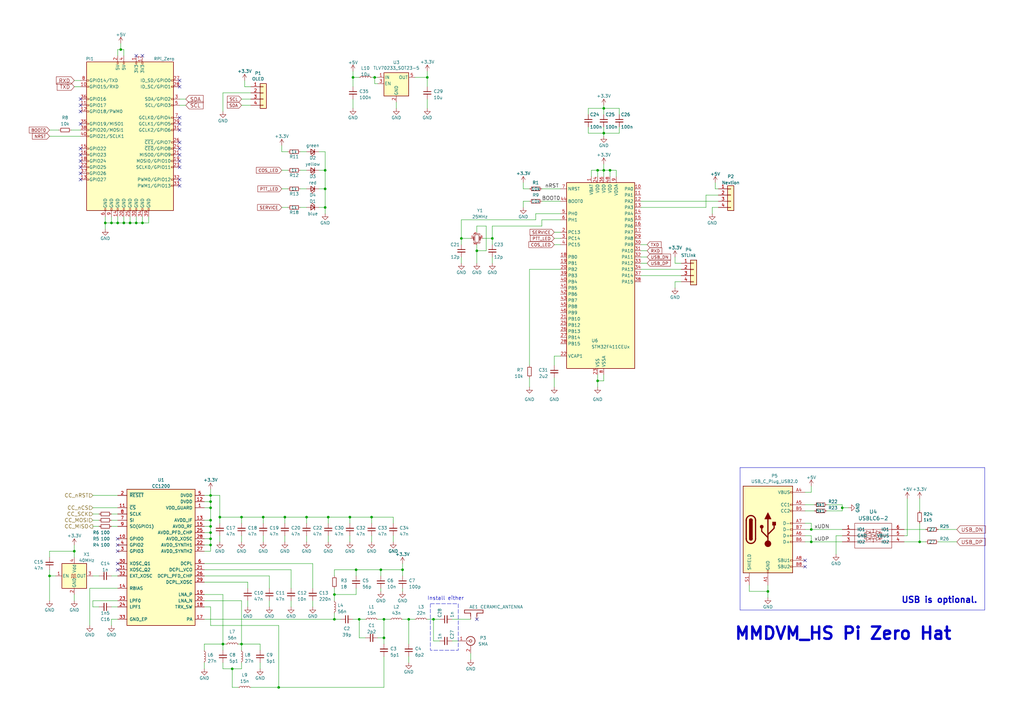
<source format=kicad_sch>
(kicad_sch (version 20230121) (generator eeschema)
  (paper "A3")
  (title_block (title "MMDVM_HS_Hat") (date "2023-11-22") (rev "2.1") (company "DB9MAT+DF2ET"))
  (junction (at 165.1 233.68))
  (junction (at 247.65 44.45))
  (junction (at 30.48 226.06))
  (junction (at 332.74 222.25))
  (junction (at 345.44 208.28))
  (junction (at 153.67 31.75))
  (junction (at 167.64 254))
  (junction (at 146.05 233.68))
  (junction (at 90.17 212.09))
  (junction (at 49.53 20.32))
  (junction (at 134.62 212.09))
  (junction (at 156.21 233.68))
  (junction (at 247.65 69.85))
  (junction (at 99.06 264.16))
  (junction (at 189.23 97.79))
  (junction (at 86.36 205.74))
  (junction (at 195.58 102.87))
  (junction (at 86.36 203.2))
  (junction (at 107.95 212.09))
  (junction (at 43.18 91.44))
  (junction (at 86.36 223.52))
  (junction (at 157.48 261.62))
  (junction (at 20.32 236.22))
  (junction (at 86.36 215.9))
  (junction (at 201.93 97.79))
  (junction (at 125.73 212.09))
  (junction (at 245.11 69.85))
  (junction (at 86.36 220.98))
  (junction (at 137.16 254))
  (junction (at 55.88 91.44))
  (junction (at 314.96 242.57))
  (junction (at 133.35 85.09))
  (junction (at 133.35 77.47))
  (junction (at 114.3 281.94))
  (junction (at 48.26 91.44))
  (junction (at 175.26 31.75))
  (junction (at 177.8 254))
  (junction (at 332.74 217.17))
  (junction (at 245.11 156.21))
  (junction (at 143.51 212.09))
  (junction (at 137.16 243.84))
  (junction (at 157.48 254))
  (junction (at 50.8 91.44))
  (junction (at 86.36 218.44))
  (junction (at 147.32 254))
  (junction (at 99.06 212.09))
  (junction (at 152.4 212.09))
  (junction (at 250.19 69.85))
  (junction (at 86.36 213.36))
  (junction (at 95.25 274.32))
  (junction (at 247.65 54.61))
  (junction (at 91.44 264.16))
  (junction (at 377.19 222.25))
  (junction (at 58.42 91.44))
  (junction (at 45.72 91.44))
  (junction (at 133.35 69.85))
  (junction (at 116.84 212.09))
  (junction (at 86.36 208.28))
  (junction (at 144.78 31.75))
  (junction (at 53.34 91.44))
  (no_connect (at 55.88 22.86))
  (no_connect (at 48.26 233.68))
  (no_connect (at 73.66 50.8))
  (no_connect (at 48.26 220.98))
  (no_connect (at 73.66 35.56))
  (no_connect (at 48.26 223.52))
  (no_connect (at 73.66 53.34))
  (no_connect (at 48.26 226.06))
  (no_connect (at 73.66 76.2))
  (no_connect (at 33.02 50.8))
  (no_connect (at 33.02 73.66))
  (no_connect (at 73.66 66.04))
  (no_connect (at 73.66 48.26))
  (no_connect (at 33.02 68.58))
  (no_connect (at 33.02 43.18))
  (no_connect (at 58.42 22.86))
  (no_connect (at 33.02 71.12))
  (no_connect (at 48.26 231.14))
  (no_connect (at 73.66 73.66))
  (no_connect (at 73.66 63.5))
  (no_connect (at 330.2 229.87))
  (no_connect (at 33.02 45.72))
  (no_connect (at 73.66 68.58))
  (no_connect (at 195.58 254))
  (no_connect (at 330.2 232.41))
  (no_connect (at 73.66 60.96))
  (no_connect (at 73.66 33.02))
  (no_connect (at 33.02 60.96))
  (no_connect (at 73.66 58.42))
  (no_connect (at 33.02 40.64))
  (no_connect (at 33.02 66.04))
  (no_connect (at 33.02 63.5))
  (wire (pts (xy 116.84 214.63) (xy 116.84 212.09)))
  (polyline (pts (xy 403.86 250.19) (xy 303.53 250.19)))
  (wire (pts (xy 30.48 243.84) (xy 30.48 246.38)))
  (wire (pts (xy 227.33 146.05) (xy 227.33 149.86)))
  (wire (pts (xy 144.78 31.75) (xy 147.32 31.75)))
  (wire (pts (xy 119.38 233.68) (xy 119.38 241.3)))
  (wire (pts (xy 30.48 228.6) (xy 30.48 226.06)))
  (wire (pts (xy 175.26 29.21) (xy 175.26 31.75)))
  (wire (pts (xy 55.88 91.44) (xy 58.42 91.44)))
  (wire (pts (xy 157.48 254) (xy 160.02 254)))
  (polyline (pts (xy 303.53 191.77) (xy 403.86 191.77)))
  (wire (pts (xy 332.74 217.17) (xy 330.2 217.17)))
  (wire (pts (xy 262.89 85.09) (xy 289.56 85.09)))
  (wire (pts (xy 45.72 215.9) (xy 48.26 215.9)))
  (wire (pts (xy 86.36 208.28) (xy 86.36 205.74)))
  (wire (pts (xy 262.89 82.55) (xy 294.64 82.55)))
  (wire (pts (xy 217.17 82.55) (xy 214.63 82.55)))
  (wire (pts (xy 314.96 242.57) (xy 314.96 245.11)))
  (wire (pts (xy 247.65 43.18) (xy 247.65 44.45)))
  (wire (pts (xy 55.88 88.9) (xy 55.88 91.44)))
  (wire (pts (xy 217.17 77.47) (xy 214.63 77.47)))
  (wire (pts (xy 137.16 251.46) (xy 137.16 254)))
  (wire (pts (xy 242.57 69.85) (xy 245.11 69.85)))
  (wire (pts (xy 49.53 17.78) (xy 49.53 20.32)))
  (wire (pts (xy 199.39 92.71) (xy 199.39 102.87)))
  (wire (pts (xy 245.11 153.67) (xy 245.11 156.21)))
  (wire (pts (xy 45.72 248.92) (xy 48.26 248.92)))
  (wire (pts (xy 99.06 246.38) (xy 99.06 264.16)))
  (wire (pts (xy 97.79 264.16) (xy 99.06 264.16)))
  (wire (pts (xy 58.42 88.9) (xy 58.42 91.44)))
  (wire (pts (xy 86.36 200.66) (xy 86.36 203.2)))
  (wire (pts (xy 91.44 264.16) (xy 91.44 266.7)))
  (wire (pts (xy 276.86 115.57) (xy 276.86 118.11)))
  (wire (pts (xy 20.32 55.88) (xy 33.02 55.88)))
  (wire (pts (xy 86.36 218.44) (xy 86.36 215.9)))
  (wire (pts (xy 83.82 223.52) (xy 86.36 223.52)))
  (wire (pts (xy 177.8 254) (xy 180.34 254)))
  (wire (pts (xy 134.62 214.63) (xy 134.62 212.09)))
  (wire (pts (xy 195.58 95.25) (xy 195.58 92.71)))
  (wire (pts (xy 86.36 205.74) (xy 86.36 203.2)))
  (wire (pts (xy 107.95 214.63) (xy 107.95 212.09)))
  (wire (pts (xy 38.1 210.82) (xy 40.64 210.82)))
  (wire (pts (xy 30.48 33.02) (xy 33.02 33.02)))
  (wire (pts (xy 332.74 222.25) (xy 345.44 222.25)))
  (wire (pts (xy 95.25 274.32) (xy 99.06 274.32)))
  (wire (pts (xy 157.48 261.62) (xy 157.48 254)))
  (wire (pts (xy 330.2 214.63) (xy 332.74 214.63)))
  (wire (pts (xy 86.36 226.06) (xy 86.36 223.52)))
  (wire (pts (xy 157.48 261.62) (xy 157.48 264.16)))
  (wire (pts (xy 229.87 87.63) (xy 219.71 87.63)))
  (wire (pts (xy 139.7 254) (xy 137.16 254)))
  (wire (pts (xy 134.62 212.09) (xy 125.73 212.09)))
  (wire (pts (xy 195.58 102.87) (xy 195.58 100.33)))
  (wire (pts (xy 86.36 215.9) (xy 86.36 213.36)))
  (wire (pts (xy 372.11 204.47) (xy 372.11 219.71)))
  (polyline (pts (xy 403.86 191.77) (xy 403.86 250.19)))
  (wire (pts (xy 83.82 215.9) (xy 86.36 215.9)))
  (wire (pts (xy 157.48 254) (xy 154.94 254)))
  (wire (pts (xy 187.96 262.89) (xy 185.42 262.89)))
  (wire (pts (xy 30.48 223.52) (xy 30.48 226.06)))
  (wire (pts (xy 29.21 53.34) (xy 33.02 53.34)))
  (wire (pts (xy 144.78 254) (xy 147.32 254)))
  (wire (pts (xy 43.18 88.9) (xy 43.18 91.44)))
  (wire (pts (xy 38.1 215.9) (xy 40.64 215.9)))
  (wire (pts (xy 83.82 226.06) (xy 86.36 226.06)))
  (wire (pts (xy 38.1 236.22) (xy 40.64 236.22)))
  (wire (pts (xy 60.96 91.44) (xy 60.96 88.9)))
  (wire (pts (xy 144.78 31.75) (xy 144.78 35.56)))
  (wire (pts (xy 95.25 274.32) (xy 95.25 281.94)))
  (wire (pts (xy 156.21 233.68) (xy 165.1 233.68)))
  (wire (pts (xy 161.29 214.63) (xy 161.29 212.09)))
  (wire (pts (xy 137.16 236.22) (xy 137.16 233.68)))
  (wire (pts (xy 38.1 208.28) (xy 48.26 208.28)))
  (wire (pts (xy 102.87 35.56) (xy 100.33 35.56)))
  (wire (pts (xy 339.09 209.55) (xy 345.44 209.55)))
  (wire (pts (xy 241.3 52.07) (xy 241.3 54.61)))
  (wire (pts (xy 219.71 87.63) (xy 219.71 90.17)))
  (wire (pts (xy 133.35 85.09) (xy 130.81 85.09)))
  (wire (pts (xy 201.93 105.41) (xy 201.93 107.95)))
  (wire (pts (xy 332.74 214.63) (xy 332.74 217.17)))
  (wire (pts (xy 83.82 231.14) (xy 128.27 231.14)))
  (wire (pts (xy 345.44 208.28) (xy 345.44 209.55)))
  (wire (pts (xy 30.48 226.06) (xy 20.32 226.06)))
  (wire (pts (xy 332.74 222.25) (xy 330.2 222.25)))
  (wire (pts (xy 377.19 222.25) (xy 379.73 222.25)))
  (wire (pts (xy 241.3 44.45) (xy 247.65 44.45)))
  (wire (pts (xy 90.17 219.71) (xy 90.17 222.25)))
  (wire (pts (xy 372.11 219.71) (xy 370.84 219.71)))
  (wire (pts (xy 86.36 213.36) (xy 86.36 208.28)))
  (wire (pts (xy 242.57 72.39) (xy 242.57 69.85)))
  (wire (pts (xy 45.72 91.44) (xy 48.26 91.44)))
  (wire (pts (xy 154.94 34.29) (xy 153.67 34.29)))
  (wire (pts (xy 156.21 233.68) (xy 146.05 233.68)))
  (wire (pts (xy 147.32 254) (xy 147.32 261.62)))
  (wire (pts (xy 247.65 69.85) (xy 250.19 69.85)))
  (wire (pts (xy 91.44 271.78) (xy 91.44 274.32)))
  (wire (pts (xy 128.27 231.14) (xy 128.27 241.3)))
  (wire (pts (xy 83.82 205.74) (xy 86.36 205.74)))
  (wire (pts (xy 137.16 243.84) (xy 146.05 243.84)))
  (wire (pts (xy 262.89 105.41) (xy 265.43 105.41)))
  (wire (pts (xy 227.33 95.25) (xy 229.87 95.25)))
  (wire (pts (xy 377.19 222.25) (xy 377.19 214.63)))
  (wire (pts (xy 153.67 34.29) (xy 153.67 31.75)))
  (wire (pts (xy 262.89 107.95) (xy 265.43 107.95)))
  (wire (pts (xy 86.36 256.54) (xy 114.3 256.54)))
  (wire (pts (xy 345.44 208.28) (xy 347.98 208.28)))
  (wire (pts (xy 133.35 62.23) (xy 130.81 62.23)))
  (wire (pts (xy 38.1 246.38) (xy 48.26 246.38)))
  (wire (pts (xy 247.65 67.31) (xy 247.65 69.85)))
  (wire (pts (xy 45.72 88.9) (xy 45.72 91.44)))
  (wire (pts (xy 189.23 105.41) (xy 189.23 107.95)))
  (wire (pts (xy 101.6 238.76) (xy 101.6 241.3)))
  (wire (pts (xy 147.32 254) (xy 149.86 254)))
  (wire (pts (xy 156.21 236.22) (xy 156.21 233.68)))
  (wire (pts (xy 107.95 219.71) (xy 107.95 222.25)))
  (wire (pts (xy 90.17 214.63) (xy 90.17 212.09)))
  (wire (pts (xy 254 52.07) (xy 254 54.61)))
  (wire (pts (xy 83.82 271.78) (xy 83.82 274.32)))
  (wire (pts (xy 83.82 208.28) (xy 86.36 208.28)))
  (wire (pts (xy 83.82 220.98) (xy 86.36 220.98)))
  (wire (pts (xy 133.35 69.85) (xy 133.35 77.47)))
  (wire (pts (xy 198.12 97.79) (xy 201.93 97.79)))
  (wire (pts (xy 48.26 241.3) (xy 36.83 241.3)))
  (wire (pts (xy 36.83 241.3) (xy 36.83 256.54)))
  (wire (pts (xy 50.8 88.9) (xy 50.8 91.44)))
  (wire (pts (xy 227.33 100.33) (xy 229.87 100.33)))
  (wire (pts (xy 175.26 254) (xy 177.8 254)))
  (wire (pts (xy 20.32 53.34) (xy 24.13 53.34)))
  (wire (pts (xy 123.19 62.23) (xy 125.73 62.23)))
  (wire (pts (xy 229.87 90.17) (xy 222.25 90.17)))
  (wire (pts (xy 116.84 212.09) (xy 107.95 212.09)))
  (wire (pts (xy 83.82 246.38) (xy 99.06 246.38)))
  (wire (pts (xy 377.19 204.47) (xy 377.19 209.55)))
  (wire (pts (xy 22.86 236.22) (xy 20.32 236.22)))
  (wire (pts (xy 83.82 254) (xy 137.16 254)))
  (wire (pts (xy 245.11 156.21) (xy 247.65 156.21)))
  (wire (pts (xy 90.17 212.09) (xy 99.06 212.09)))
  (wire (pts (xy 48.26 254) (xy 45.72 254)))
  (wire (pts (xy 83.82 248.92) (xy 86.36 248.92)))
  (wire (pts (xy 58.42 91.44) (xy 60.96 91.44)))
  (wire (pts (xy 307.34 242.57) (xy 314.96 242.57)))
  (wire (pts (xy 99.06 266.7) (xy 99.06 264.16)))
  (wire (pts (xy 293.37 77.47) (xy 294.64 77.47)))
  (wire (pts (xy 86.36 203.2) (xy 90.17 203.2)))
  (wire (pts (xy 370.84 217.17) (xy 379.73 217.17)))
  (wire (pts (xy 289.56 80.01) (xy 289.56 85.09)))
  (wire (pts (xy 143.51 212.09) (xy 152.4 212.09)))
  (wire (pts (xy 91.44 274.32) (xy 95.25 274.32)))
  (wire (pts (xy 119.38 246.38) (xy 119.38 248.92)))
  (wire (pts (xy 125.73 212.09) (xy 116.84 212.09)))
  (wire (pts (xy 102.87 40.64) (xy 99.06 40.64)))
  (wire (pts (xy 162.56 41.91) (xy 162.56 44.45)))
  (wire (pts (xy 345.44 219.71) (xy 342.9 219.71)))
  (wire (pts (xy 115.57 77.47) (xy 118.11 77.47)))
  (wire (pts (xy 83.82 264.16) (xy 91.44 264.16)))
  (wire (pts (xy 128.27 246.38) (xy 128.27 248.92)))
  (wire (pts (xy 229.87 110.49) (xy 217.17 110.49)))
  (wire (pts (xy 91.44 38.1) (xy 91.44 45.72)))
  (wire (pts (xy 177.8 262.89) (xy 180.34 262.89)))
  (wire (pts (xy 279.4 107.95) (xy 276.86 107.95)))
  (wire (pts (xy 143.51 214.63) (xy 143.51 212.09)))
  (wire (pts (xy 40.64 248.92) (xy 38.1 248.92)))
  (wire (pts (xy 384.81 217.17) (xy 392.43 217.17)))
  (wire (pts (xy 133.35 62.23) (xy 133.35 69.85)))
  (wire (pts (xy 53.34 88.9) (xy 53.34 91.44)))
  (wire (pts (xy 73.66 43.18) (xy 76.2 43.18)))
  (wire (pts (xy 107.95 212.09) (xy 99.06 212.09)))
  (wire (pts (xy 125.73 69.85) (xy 123.19 69.85)))
  (wire (pts (xy 170.18 31.75) (xy 175.26 31.75)))
  (wire (pts (xy 48.26 20.32) (xy 48.26 22.86)))
  (wire (pts (xy 143.51 219.71) (xy 143.51 222.25)))
  (wire (pts (xy 86.36 203.2) (xy 83.82 203.2)))
  (wire (pts (xy 332.74 219.71) (xy 332.74 222.25)))
  (wire (pts (xy 189.23 90.17) (xy 189.23 97.79)))
  (wire (pts (xy 165.1 254) (xy 167.64 254)))
  (wire (pts (xy 177.8 254) (xy 177.8 262.89)))
  (wire (pts (xy 339.09 207.01) (xy 345.44 207.01)))
  (wire (pts (xy 83.82 233.68) (xy 119.38 233.68)))
  (wire (pts (xy 247.65 52.07) (xy 247.65 54.61)))
  (wire (pts (xy 99.06 264.16) (xy 106.68 264.16)))
  (wire (pts (xy 294.64 85.09) (xy 292.1 85.09)))
  (wire (pts (xy 222.25 77.47) (xy 229.87 77.47)))
  (polyline (pts (xy 303.53 250.19) (xy 303.53 191.77)))
  (wire (pts (xy 125.73 85.09) (xy 123.19 85.09)))
  (wire (pts (xy 38.1 203.2) (xy 48.26 203.2)))
  (wire (pts (xy 38.1 213.36) (xy 40.64 213.36)))
  (wire (pts (xy 152.4 31.75) (xy 153.67 31.75)))
  (wire (pts (xy 262.89 100.33) (xy 265.43 100.33)))
  (wire (pts (xy 165.1 236.22) (xy 165.1 233.68)))
  (wire (pts (xy 144.78 40.64) (xy 144.78 44.45)))
  (wire (pts (xy 50.8 20.32) (xy 50.8 22.86)))
  (wire (pts (xy 114.3 256.54) (xy 114.3 281.94)))
  (wire (pts (xy 100.33 35.56) (xy 100.33 33.02)))
  (wire (pts (xy 330.2 201.93) (xy 332.74 201.93)))
  (wire (pts (xy 20.32 226.06) (xy 20.32 228.6)))
  (wire (pts (xy 91.44 243.84) (xy 91.44 264.16)))
  (wire (pts (xy 217.17 154.94) (xy 217.17 158.75)))
  (wire (pts (xy 118.11 85.09) (xy 115.57 85.09)))
  (wire (pts (xy 99.06 219.71) (xy 99.06 222.25)))
  (wire (pts (xy 245.11 69.85) (xy 245.11 72.39)))
  (wire (pts (xy 262.89 110.49) (xy 279.4 110.49)))
  (wire (pts (xy 247.65 44.45) (xy 247.65 46.99)))
  (wire (pts (xy 102.87 43.18) (xy 99.06 43.18)))
  (wire (pts (xy 134.62 219.71) (xy 134.62 222.25)))
  (wire (pts (xy 154.94 261.62) (xy 157.48 261.62)))
  (wire (pts (xy 45.72 210.82) (xy 48.26 210.82)))
  (wire (pts (xy 83.82 213.36) (xy 86.36 213.36)))
  (wire (pts (xy 247.65 69.85) (xy 247.65 72.39)))
  (wire (pts (xy 247.65 44.45) (xy 254 44.45)))
  (wire (pts (xy 167.64 254) (xy 170.18 254)))
  (wire (pts (xy 189.23 90.17) (xy 219.71 90.17)))
  (wire (pts (xy 110.49 246.38) (xy 110.49 248.92)))
  (wire (pts (xy 102.87 38.1) (xy 91.44 38.1)))
  (wire (pts (xy 384.81 222.25) (xy 392.43 222.25)))
  (wire (pts (xy 30.48 35.56) (xy 33.02 35.56)))
  (wire (pts (xy 201.93 97.79) (xy 201.93 100.33)))
  (wire (pts (xy 217.17 110.49) (xy 217.17 149.86)))
  (wire (pts (xy 245.11 69.85) (xy 247.65 69.85)))
  (wire (pts (xy 241.3 44.45) (xy 241.3 46.99)))
  (wire (pts (xy 91.44 264.16) (xy 92.71 264.16)))
  (wire (pts (xy 83.82 236.22) (xy 110.49 236.22)))
  (wire (pts (xy 43.18 91.44) (xy 45.72 91.44)))
  (wire (pts (xy 83.82 266.7) (xy 83.82 264.16)))
  (wire (pts (xy 342.9 219.71) (xy 342.9 227.33)))
  (wire (pts (xy 146.05 233.68) (xy 146.05 236.22)))
  (wire (pts (xy 86.36 223.52) (xy 86.36 220.98)))
  (wire (pts (xy 106.68 271.78) (xy 106.68 274.32)))
  (wire (pts (xy 157.48 281.94) (xy 114.3 281.94)))
  (wire (pts (xy 175.26 31.75) (xy 175.26 35.56)))
  (wire (pts (xy 161.29 219.71) (xy 161.29 222.25)))
  (wire (pts (xy 332.74 217.17) (xy 345.44 217.17)))
  (wire (pts (xy 247.65 54.61) (xy 254 54.61)))
  (wire (pts (xy 345.44 207.01) (xy 345.44 208.28)))
  (wire (pts (xy 165.1 231.14) (xy 165.1 233.68)))
  (wire (pts (xy 189.23 97.79) (xy 193.04 97.79)))
  (wire (pts (xy 250.19 69.85) (xy 250.19 72.39)))
  (wire (pts (xy 195.58 102.87) (xy 195.58 107.95)))
  (wire (pts (xy 227.33 154.94) (xy 227.33 158.75)))
  (wire (pts (xy 115.57 59.69) (xy 115.57 62.23)))
  (wire (pts (xy 250.19 69.85) (xy 252.73 69.85)))
  (wire (pts (xy 43.18 91.44) (xy 43.18 93.98)))
  (wire (pts (xy 222.25 82.55) (xy 229.87 82.55)))
  (wire (pts (xy 222.25 90.17) (xy 222.25 92.71)))
  (wire (pts (xy 156.21 241.3) (xy 156.21 242.57)))
  (wire (pts (xy 245.11 156.21) (xy 245.11 158.75)))
  (wire (pts (xy 330.2 207.01) (xy 334.01 207.01)))
  (wire (pts (xy 137.16 243.84) (xy 137.16 246.38)))
  (wire (pts (xy 175.26 40.64) (xy 175.26 44.45)))
  (wire (pts (xy 99.06 214.63) (xy 99.06 212.09)))
  (wire (pts (xy 45.72 213.36) (xy 48.26 213.36)))
  (wire (pts (xy 247.65 54.61) (xy 247.65 55.88)))
  (wire (pts (xy 133.35 77.47) (xy 130.81 77.47)))
  (wire (pts (xy 146.05 243.84) (xy 146.05 241.3)))
  (wire (pts (xy 167.64 269.24) (xy 167.64 271.78)))
  (wire (pts (xy 86.36 220.98) (xy 86.36 218.44)))
  (wire (pts (xy 241.3 54.61) (xy 247.65 54.61)))
  (wire (pts (xy 227.33 146.05) (xy 229.87 146.05)))
  (wire (pts (xy 90.17 212.09) (xy 90.17 203.2)))
  (wire (pts (xy 118.11 69.85) (xy 115.57 69.85)))
  (wire (pts (xy 227.33 97.79) (xy 229.87 97.79)))
  (wire (pts (xy 116.84 219.71) (xy 116.84 222.25)))
  (wire (pts (xy 95.25 281.94) (xy 97.79 281.94)))
  (wire (pts (xy 45.72 254) (xy 45.72 256.54)))
  (wire (pts (xy 134.62 212.09) (xy 143.51 212.09)))
  (wire (pts (xy 185.42 254) (xy 193.04 254)))
  (wire (pts (xy 157.48 269.24) (xy 157.48 281.94)))
  (wire (pts (xy 293.37 74.93) (xy 293.37 77.47)))
  (wire (pts (xy 110.49 236.22) (xy 110.49 241.3)))
  (wire (pts (xy 314.96 242.57) (xy 314.96 240.03)))
  (wire (pts (xy 201.93 92.71) (xy 222.25 92.71)))
  (wire (pts (xy 99.06 274.32) (xy 99.06 271.78)))
  (wire (pts (xy 189.23 97.79) (xy 189.23 100.33)))
  (wire (pts (xy 86.36 248.92) (xy 86.36 256.54)))
  (wire (pts (xy 214.63 82.55) (xy 214.63 85.09)))
  (wire (pts (xy 199.39 102.87) (xy 195.58 102.87)))
  (wire (pts (xy 167.64 254) (xy 167.64 264.16)))
  (wire (pts (xy 50.8 91.44) (xy 53.34 91.44)))
  (wire (pts (xy 330.2 219.71) (xy 332.74 219.71)))
  (wire (pts (xy 106.68 266.7) (xy 106.68 264.16)))
  (wire (pts (xy 20.32 236.22) (xy 20.32 233.68)))
  (wire (pts (xy 152.4 219.71) (xy 152.4 222.25)))
  (wire (pts (xy 214.63 74.93) (xy 214.63 77.47)))
  (wire (pts (xy 101.6 246.38) (xy 101.6 248.92)))
  (wire (pts (xy 48.26 91.44) (xy 50.8 91.44)))
  (wire (pts (xy 292.1 85.09) (xy 292.1 87.63)))
  (wire (pts (xy 45.72 236.22) (xy 48.26 236.22)))
  (wire (pts (xy 247.65 153.67) (xy 247.65 156.21)))
  (wire (pts (xy 195.58 92.71) (xy 199.39 92.71)))
  (wire (pts (xy 330.2 209.55) (xy 334.01 209.55)))
  (wire (pts (xy 152.4 212.09) (xy 161.29 212.09)))
  (wire (pts (xy 262.89 102.87) (xy 265.43 102.87)))
  (wire (pts (xy 137.16 233.68) (xy 146.05 233.68)))
  (wire (pts (xy 49.53 20.32) (xy 48.26 20.32)))
  (wire (pts (xy 289.56 80.01) (xy 294.64 80.01)))
  (wire (pts (xy 332.74 201.93) (xy 332.74 199.39)))
  (wire (pts (xy 38.1 248.92) (xy 38.1 246.38)))
  (wire (pts (xy 125.73 214.63) (xy 125.73 212.09)))
  (wire (pts (xy 20.32 236.22) (xy 20.32 246.38)))
  (wire (pts (xy 307.34 240.03) (xy 307.34 242.57)))
  (wire (pts (xy 125.73 219.71) (xy 125.73 222.25)))
  (wire (pts (xy 144.78 29.21) (xy 144.78 31.75)))
  (wire (pts (xy 133.35 69.85) (xy 130.81 69.85)))
  (wire (pts (xy 48.26 88.9) (xy 48.26 91.44)))
  (wire (pts (xy 115.57 62.23) (xy 118.11 62.23)))
  (wire (pts (xy 149.86 261.62) (xy 147.32 261.62)))
  (wire (pts (xy 276.86 107.95) (xy 276.86 105.41)))
  (wire (pts (xy 262.89 113.03) (xy 279.4 113.03)))
  (wire (pts (xy 279.4 115.57) (xy 276.86 115.57)))
  (wire (pts (xy 193.04 267.97) (xy 193.04 270.51)))
  (wire (pts (xy 133.35 77.47) (xy 133.35 85.09)))
  (wire (pts (xy 49.53 20.32) (xy 50.8 20.32)))
  (wire (pts (xy 254 44.45) (xy 254 46.99)))
  (wire (pts (xy 83.82 243.84) (xy 91.44 243.84)))
  (wire (pts (xy 133.35 85.09) (xy 133.35 87.63)))
  (wire (pts (xy 201.93 92.71) (xy 201.93 97.79)))
  (wire (pts (xy 73.66 40.64) (xy 76.2 40.64)))
  (wire (pts (xy 114.3 281.94) (xy 102.87 281.94)))
  (wire (pts (xy 152.4 214.63) (xy 152.4 212.09)))
  (wire (pts (xy 83.82 238.76) (xy 101.6 238.76)))
  (wire (pts (xy 137.16 241.3) (xy 137.16 243.84)))
  (wire (pts (xy 123.19 77.47) (xy 125.73 77.47)))
  (wire (pts (xy 153.67 31.75) (xy 154.94 31.75)))
  (wire (pts (xy 252.73 72.39) (xy 252.73 69.85)))
  (wire (pts (xy 165.1 241.3) (xy 165.1 242.57)))
  (wire (pts (xy 370.84 222.25) (xy 377.19 222.25)))
  (wire (pts (xy 83.82 218.44) (xy 86.36 218.44)))
  (wire (pts (xy 53.34 91.44) (xy 55.88 91.44)))
  (rectangle (start 176.53 247.65) (end 187.96 266.7) (stroke (width 0) (type dash)))
  (text "MMDVM_HS Pi Zero Hat" (at 300.99 262.89 0) (effects (font (size 5.0038 5.0038) (thickness 1.0008) bold) (justify left bottom)))
  (text "Install either" (at 175.26 246.38 0) (effects (font (size 1.524 1.524)) (justify left bottom)))
  (text "USB is optional." (at 369.57 247.65 0) (effects (font (size 2.4892 2.4892) (thickness 0.4978) bold) (justify left bottom)))
  (label "xUDP" (at 334.01 222.25 0) (effects (font (size 1.524 1.524))))
  (label "nRST" (at 223.52 77.47 0) (effects (font (size 1.524 1.524))))
  (label "xUDN" (at 334.01 217.17 0) (effects (font (size 1.524 1.524))))
  (label "BOOT0" (at 222.25 82.55 0) (effects (font (size 1.524 1.524))))
  (global_label "SDA" (shape input) (at 99.06 43.18 180) (effects (font (size 1.2446 1.2446))) (property "Intersheetrefs" "${INTERSHEET_REFS}" (effects hide)))
  (global_label "PTT_LED" (shape input) (at 115.57 77.47 180) (effects (font (size 1.2446 1.2446))) (property "Intersheetrefs" "${INTERSHEET_REFS}" (effects hide)))
  (global_label "COS_LED" (shape input) (at 115.57 69.85 180) (effects (font (size 1.2446 1.2446))) (property "Intersheetrefs" "${INTERSHEET_REFS}" (effects hide)))
  (global_label "SERVICE" (shape input) (at 115.57 85.09 180) (effects (font (size 1.2446 1.2446))) (property "Intersheetrefs" "${INTERSHEET_REFS}" (effects hide)))
  (global_label "TXD" (shape input) (at 265.43 100.33 0) (effects (font (size 1.2446 1.2446))) (property "Intersheetrefs" "${INTERSHEET_REFS}" (effects hide)))
  (global_label "RXD" (shape input) (at 30.48 33.02 180) (effects (font (size 1.524 1.524))) (property "Intersheetrefs" "${INTERSHEET_REFS}" (effects hide)))
  (global_label "RXD" (shape input) (at 265.43 102.87 0) (effects (font (size 1.2446 1.2446))) (property "Intersheetrefs" "${INTERSHEET_REFS}" (effects hide)))
  (global_label "USB_DN" (shape input) (at 265.43 105.41 0) (effects (font (size 1.2446 1.2446))) (property "Intersheetrefs" "${INTERSHEET_REFS}" (effects hide)))
  (global_label "COS_LED" (shape input) (at 227.33 100.33 180) (effects (font (size 1.2446 1.2446))) (property "Intersheetrefs" "${INTERSHEET_REFS}" (effects hide)))
  (global_label "SCL" (shape input) (at 76.2 43.18 0) (effects (font (size 1.524 1.524))) (property "Intersheetrefs" "${INTERSHEET_REFS}" (effects hide)))
  (global_label "SDA" (shape input) (at 76.2 40.64 0) (effects (font (size 1.524 1.524))) (property "Intersheetrefs" "${INTERSHEET_REFS}" (effects hide)))
  (global_label "SERVICE" (shape input) (at 227.33 95.25 180) (effects (font (size 1.2446 1.2446))) (property "Intersheetrefs" "${INTERSHEET_REFS}" (effects hide)))
  (global_label "BOOT0" (shape input) (at 20.32 53.34 180) (effects (font (size 1.2446 1.2446))) (property "Intersheetrefs" "${INTERSHEET_REFS}" (effects hide)))
  (global_label "TXD" (shape input) (at 30.48 35.56 180) (effects (font (size 1.524 1.524))) (property "Intersheetrefs" "${INTERSHEET_REFS}" (effects hide)))
  (global_label "NRST" (shape input) (at 20.32 55.88 180) (effects (font (size 1.2446 1.2446))) (property "Intersheetrefs" "${INTERSHEET_REFS}" (effects hide)))
  (global_label "SCL" (shape input) (at 99.06 40.64 180) (effects (font (size 1.2446 1.2446))) (property "Intersheetrefs" "${INTERSHEET_REFS}" (effects hide)))
  (global_label "USB_DP" (shape input) (at 392.43 222.25 0) (effects (font (size 1.524 1.524))) (property "Intersheetrefs" "${INTERSHEET_REFS}" (effects hide)))
  (global_label "USB_DN" (shape input) (at 392.43 217.17 0) (effects (font (size 1.524 1.524))) (property "Intersheetrefs" "${INTERSHEET_REFS}" (effects hide)))
  (global_label "USB_DP" (shape input) (at 265.43 107.95 0) (effects (font (size 1.2446 1.2446))) (property "Intersheetrefs" "${INTERSHEET_REFS}" (effects hide)))
  (global_label "PTT_LED" (shape input) (at 227.33 97.79 180) (effects (font (size 1.2446 1.2446))) (property "Intersheetrefs" "${INTERSHEET_REFS}" (effects hide)))
  (hierarchical_label "CC_nCS" (shape input) (at 38.1 208.28 180) (effects (font (size 1.524 1.524))))
  (hierarchical_label "CC_SCK" (shape input) (at 38.1 210.82 180) (effects (font (size 1.524 1.524))))
  (hierarchical_label "CC_MOSI" (shape input) (at 38.1 213.36 180) (effects (font (size 1.524 1.524))))
  (hierarchical_label "CC_MISO" (shape output) (at 38.1 215.9 180) (effects (font (size 1.524 1.524))))
  (hierarchical_label "CC_nRST" (shape input) (at 38.1 203.2 180) (effects (font (size 1.524 1.524))))
  (symbol (lib_id "Device:C_Small") (at 189.23 102.87 0) (mirror y) (unit 1)
    (property "Reference" "C21" (at 188.595 100.33 0) (effects (justify left)))
    (property "Value" "12p" (at 188.595 105.41 0) (effects (justify left)))
    (property "Footprint" "pkl_dipol:C_0402" (effects hide))
    (property "MFR" "Murata Electronics" (effects hide))
    (property "MPN" "GJM1555C1H200FB01D" (effects hide))
    (property "SPR" "Mouser" (effects hide))
    (property "SPN" "81-GJM1555C1H200FB1D" (effects hide))
  )
  (symbol (lib_id "Device:C_Small") (at 201.93 102.87 0) (unit 1)
    (property "Reference" "C23" (at 202.565 100.33 0) (effects (justify left)))
    (property "Value" "12p" (at 202.565 105.41 0) (effects (justify left)))
    (property "Footprint" "pkl_dipol:C_0402" (effects hide))
    (property "MFR" "Murata Electronics" (effects hide))
    (property "MPN" "GJM1555C1H200FB01D" (effects hide))
    (property "SPR" "Mouser" (effects hide))
    (property "SPN" "81-GJM1555C1H200FB1D" (effects hide))
  )
  (symbol (lib_id "power:GND") (at 189.23 107.95 0) (unit 1)
    (property "Reference" "#PWR01" (effects hide))
    (property "Value" "GND" (at 189.23 111.76 0))
  )
  (symbol (lib_id "power:GND") (at 201.93 107.95 0) (unit 1)
    (property "Reference" "#PWR02" (effects hide))
    (property "Value" "GND" (at 201.93 111.76 0))
  )
  (symbol (lib_id "Device:C_Small") (at 241.3 49.53 0) (unit 1)
    (property "Reference" "C24" (at 241.935 46.99 0) (effects (justify left)))
    (property "Value" "100n" (at 241.935 52.07 0) (effects (justify left)))
    (property "Footprint" "pkl_dipol:C_0402" (effects hide))
    (property "MFR" "Vishay / Vitramon" (effects hide))
    (property "MPN" "VJ0402V104ZXJCW1BC" (effects hide))
    (property "SPR" "Mouser" (effects hide))
    (property "SPN" "77-VJ0402V104ZXJCBC" (effects hide))
  )
  (symbol (lib_id "Device:C_Small") (at 247.65 49.53 0) (unit 1)
    (property "Reference" "C25" (at 248.285 46.99 0) (effects (justify left)))
    (property "Value" "100n" (at 248.285 52.07 0) (effects (justify left)))
    (property "Footprint" "pkl_dipol:C_0402" (effects hide))
    (property "MFR" "Vishay / Vitramon" (effects hide))
    (property "MPN" "VJ0402V104ZXJCW1BC" (effects hide))
    (property "SPR" "Mouser" (effects hide))
    (property "SPN" "77-VJ0402V104ZXJCBC" (effects hide))
  )
  (symbol (lib_id "Device:C_Small") (at 254 49.53 0) (unit 1)
    (property "Reference" "C26" (at 254.635 46.99 0) (effects (justify left)))
    (property "Value" "100n" (at 254.635 52.07 0) (effects (justify left)))
    (property "Footprint" "pkl_dipol:C_0402" (effects hide))
    (property "MFR" "Vishay / Vitramon" (effects hide))
    (property "MPN" "VJ0402V104ZXJCW1BC" (effects hide))
    (property "SPR" "Mouser" (effects hide))
    (property "SPN" "77-VJ0402V104ZXJCBC" (effects hide))
  )
  (symbol (lib_id "power:GND") (at 247.65 55.88 0) (unit 1)
    (property "Reference" "#PWR08" (effects hide))
    (property "Value" "GND" (at 247.65 59.69 0))
  )
  (symbol (lib_id "power:GND") (at 292.1 87.63 0) (mirror y) (unit 1)
    (property "Reference" "#PWR09" (effects hide))
    (property "Value" "GND" (at 292.1 91.44 0))
  )
  (symbol (lib_id "Device:LED_Small") (at 128.27 62.23 180) (unit 1)
    (property "Reference" "D2" (at 128.27 64.77 0))
    (property "Value" "green" (at 128.27 59.69 0))
    (property "Footprint" "LED_SMD:LED_0402_1005Metric" (effects hide))
    (property "MFR" "Kingbright" (effects hide))
    (property "MPN" "APHHS1005CGCK" (effects hide))
    (property "SPR" "Mouser" (effects hide))
    (property "SPN" "604-APHHS1005CGCK" (effects hide))
  )
  (symbol (lib_id "Device:LED_Small") (at 128.27 69.85 180) (unit 1)
    (property "Reference" "D3" (at 128.27 72.39 0))
    (property "Value" "yellow" (at 128.27 67.31 0))
    (property "Footprint" "LED_SMD:LED_0402_1005Metric" (effects hide))
    (property "MFR" "Kingbright" (effects hide))
    (property "MPN" "APG1005SYC-T" (effects hide))
    (property "SPR" "Mouser" (effects hide))
    (property "SPN" "604-APG1005SYCT" (effects hide))
  )
  (symbol (lib_id "Device:LED_Small") (at 128.27 77.47 180) (unit 1)
    (property "Reference" "D4" (at 128.27 80.01 0))
    (property "Value" "red" (at 128.27 74.93 0))
    (property "Footprint" "LED_SMD:LED_0402_1005Metric" (effects hide))
    (property "MFR" "Kingbright" (effects hide))
    (property "MPN" "APHHS1005SURCK" (effects hide))
    (property "SPR" "Mouser" (effects hide))
    (property "SPN" "604-APHHS1005SURCK" (effects hide))
  )
  (symbol (lib_id "Device:R_Small") (at 120.65 62.23 270) (unit 1)
    (property "Reference" "R11" (at 120.65 64.262 90))
    (property "Value" "1k" (at 120.65 62.23 90))
    (property "Footprint" "pkl_dipol:R_0402" (effects hide))
    (property "MFR" "Panasonic" (effects hide))
    (property "MPN" "ERJ-PA2D1001X" (effects hide))
    (property "SPR" "Mouser" (effects hide))
    (property "SPN" "667-ERJ-PA2D1001X" (effects hide))
  )
  (symbol (lib_id "Device:R_Small") (at 120.65 69.85 270) (unit 1)
    (property "Reference" "R12" (at 120.65 71.882 90))
    (property "Value" "1k" (at 120.65 69.85 90))
    (property "Footprint" "pkl_dipol:R_0402" (effects hide))
    (property "MFR" "Panasonic" (effects hide))
    (property "MPN" "ERJ-PA2D1001X" (effects hide))
    (property "SPR" "Mouser" (effects hide))
    (property "SPN" "667-ERJ-PA2D1001X" (effects hide))
  )
  (symbol (lib_id "Device:R_Small") (at 120.65 77.47 270) (unit 1)
    (property "Reference" "R13" (at 120.65 79.502 90))
    (property "Value" "1k" (at 120.65 77.47 90))
    (property "Footprint" "pkl_dipol:R_0402" (effects hide))
    (property "MFR" "Panasonic" (effects hide))
    (property "MPN" "ERJ-PA2D1001X" (effects hide))
    (property "SPR" "Mouser" (effects hide))
    (property "SPN" "667-ERJ-PA2D1001X" (effects hide))
  )
  (symbol (lib_id "power:GND") (at 193.04 270.51 0) (mirror y) (unit 1)
    (property "Reference" "#PWR035" (effects hide))
    (property "Value" "GND" (at 193.04 274.32 0))
  )
  (symbol (lib_id "power:+5V") (at 293.37 74.93 0) (mirror y) (unit 1)
    (property "Reference" "#PWR044" (effects hide))
    (property "Value" "+5V" (at 293.37 71.374 0))
  )
  (symbol (lib_id "Device:LED_Small") (at 128.27 85.09 0) (mirror y) (unit 1)
    (property "Reference" "D1" (at 128.27 82.55 0))
    (property "Value" "blue" (at 128.27 87.63 0))
    (property "Footprint" "LED_SMD:LED_0402_1005Metric" (effects hide))
    (property "MFR" "Kingbright" (effects hide))
    (property "MPN" "APHHS1005SURCK" (effects hide))
    (property "SPR" "Mouser" (effects hide))
    (property "SPN" "604-APHHS1005SURCK" (effects hide))
  )
  (symbol (lib_id "Device:R_Small") (at 120.65 85.09 90) (mirror x) (unit 1)
    (property "Reference" "R18" (at 120.65 87.122 90))
    (property "Value" "1k" (at 120.65 85.09 90))
    (property "Footprint" "pkl_dipol:R_0402" (effects hide))
    (property "MFR" "Panasonic" (effects hide))
    (property "MPN" "ERJ-PA2D1001X" (effects hide))
    (property "SPR" "Mouser" (effects hide))
    (property "SPN" "667-ERJ-PA2D1001X" (effects hide))
  )
  (symbol (lib_id "mmdvm_hs-hat-rescue:Antenna_Dipole-RESCUE-mmdvm_hs-hat") (at 193.04 248.92 0) (unit 1)
    (property "Reference" "AE1" (at 194.31 248.92 0))
    (property "Value" "CERAMIC_ANTENNA" (at 205.74 248.92 0))
    (property "Footprint" "MMDVM:ANT1204" (effects hide))
    (property "Datasheet" "http://www.mouser.com/ds/2/447/An_SMD_UHF_433_1204_0-595178.pdf" (effects hide))
    (property "MFR" "Yageo" (effects hide))
    (property "MPN" "ANT1204F002R0433A" (effects hide))
    (property "SPR" "Mouser" (effects hide))
    (property "SPN" "603-ANT1204F002R0433" (effects hide))
  )
  (symbol (lib_id "Device:C_Small") (at 182.88 262.89 270) (mirror x) (unit 1)
    (property "Reference" "C27" (at 185.42 262.255 0) (effects (justify left)))
    (property "Value" "1n" (at 180.34 262.255 0) (effects (justify left)))
    (property "Footprint" "pkl_dipol:C_0402" (effects hide))
    (property "MFR" "Vishay / Vitramon" (effects hide))
    (property "MPN" "VJ0402V104ZXJCW1BC" (effects hide))
    (property "SPR" "Mouser" (effects hide))
    (property "SPN" "77-VJ0402V104ZXJCBC" (effects hide))
  )
  (symbol (lib_id "Device:C_Small") (at 182.88 254 90) (unit 1)
    (property "Reference" "C28" (at 180.34 253.365 0) (effects (justify left)))
    (property "Value" "1n" (at 185.42 253.365 0) (effects (justify left)))
    (property "Footprint" "pkl_dipol:C_0402" (effects hide))
    (property "MFR" "Vishay / Vitramon" (effects hide))
    (property "MPN" "VJ0402V104ZXJCW1BC" (effects hide))
    (property "SPR" "Mouser" (effects hide))
    (property "SPN" "77-VJ0402V104ZXJCBC" (effects hide))
  )
  (symbol (lib_id "power:GND") (at 91.44 45.72 0) (mirror y) (unit 1)
    (property "Reference" "#PWR045" (effects hide))
    (property "Value" "GND" (at 91.44 49.53 0))
  )
  (symbol (lib_id "power:GND") (at 144.78 44.45 0) (unit 1)
    (property "Reference" "#PWR046" (effects hide))
    (property "Value" "GND" (at 144.78 48.26 0))
  )
  (symbol (lib_id "power:GND") (at 175.26 44.45 0) (unit 1)
    (property "Reference" "#PWR050" (effects hide))
    (property "Value" "GND" (at 175.26 48.26 0))
  )
  (symbol (lib_id "Connector_Generic:Conn_01x04") (at 299.72 80.01 0) (unit 1)
    (property "Reference" "P2" (at 299.72 72.39 0))
    (property "Value" "Nextion" (at 299.72 74.93 0))
    (property "Footprint" "pkl_pin_headers:Pin_Header_Straight_1x04" (effects hide))
  )
  (symbol (lib_id "Connector:Raspberry_Pi_2_3") (at 53.34 55.88 0) (unit 1)
    (property "Reference" "PI1" (at 36.83 24.13 0))
    (property "Value" "RPi_Zero" (at 67.31 24.13 0))
    (property "Footprint" "pizero:RPI-Zero-RASPBERRYPI_BASTELSTUBE_V13_RASPI_BOARD_B+_FULL" (effects hide))
    (property "Datasheet" "https://www.raspberrypi.org/documentation/hardware/raspberrypi/schematics/rpi_SCH_3bplus_1p0_reduced.pdf" (effects hide))
  )
  (symbol (lib_id "Connector_Generic:Conn_01x04") (at 107.95 38.1 0) (unit 1)
    (property "Reference" "P1" (at 105.8672 30.0482 0))
    (property "Value" "OLED" (at 105.8672 32.3596 0))
    (property "Footprint" "pkl_pin_headers:Pin_Header_Straight_1x04" (effects hide))
  )
  (symbol (lib_id "pkl_misc:USBLC6-2") (at 358.14 219.71 0) (unit 1)
    (property "Reference" "U4" (at 358.14 209.8802 0) (effects (font (size 1.524 1.524))))
    (property "Value" "USBLC6-2" (at 358.14 212.5726 0) (effects (font (size 1.524 1.524))))
    (property "Footprint" "Package_TO_SOT_SMD:SOT-23-6" (effects hide))
  )
  (symbol (lib_id "power:+5V") (at 49.53 17.78 0) (unit 1)
    (property "Reference" "#PWR0102" (effects hide))
    (property "Value" "+5V" (at 49.53 14.224 0))
  )
  (symbol (lib_id "mmdvm_hs-hat-rescue:TLV70233_SOT23-5-Regulator_Linear") (at 162.56 34.29 0) (unit 1)
    (property "Reference" "U3" (at 162.56 25.6032 0))
    (property "Value" "TLV70233_SOT23-5" (at 162.56 27.9146 0))
    (property "Footprint" "Package_TO_SOT_SMD:SOT-23-5" (effects hide))
    (property "Datasheet" "http://www.ti.com/lit/ds/symlink/tlv702.pdf" (effects hide))
  )
  (symbol (lib_id "power:+5V") (at 144.78 29.21 0) (unit 1)
    (property "Reference" "#PWR03" (effects hide))
    (property "Value" "+5V" (at 144.78 25.654 0))
  )
  (symbol (lib_id "power:GND") (at 162.56 44.45 0) (unit 1)
    (property "Reference" "#PWR04" (effects hide))
    (property "Value" "GND" (at 162.56 48.26 0))
  )
  (symbol (lib_id "power:GND") (at 43.18 93.98 0) (unit 1)
    (property "Reference" "#PWR0103" (effects hide))
    (property "Value" "GND" (at 43.18 97.79 0))
  )
  (symbol (lib_id "mmdvm_hs-hat-rescue:USB_C_Receptacle_USB2.0-Connector") (at 314.96 217.17 0) (unit 1)
    (property "Reference" "P5" (at 317.6778 195.1482 0))
    (property "Value" "USB_C_Plug_USB2.0" (at 317.6778 197.4596 0))
    (property "Footprint" "Connector_USB:USB_C_Receptacle_HRO_TYPE-C-31-M-12" (effects hide))
    (property "Datasheet" "https://www.usb.org/sites/default/files/documents/usb_type-c.zip" (effects hide))
  )
  (symbol (lib_id "power:GND") (at 314.96 245.11 0) (unit 1)
    (property "Reference" "#PWR06" (effects hide))
    (property "Value" "GND" (at 314.96 248.92 0))
  )
  (symbol (lib_id "Connector:Conn_Coaxial") (at 193.04 262.89 0) (unit 1)
    (property "Reference" "P3" (at 198.12 261.62 0))
    (property "Value" "SMA" (at 198.12 264.16 0))
    (property "Footprint" "Connector_Coaxial:SMA_Amphenol_132291-12_Vertical" (effects hide))
    (property "Datasheet" " ~" (effects hide))
  )
  (symbol (lib_id "power:+5V") (at 332.74 199.39 0) (unit 1)
    (property "Reference" "#PWR07" (effects hide))
    (property "Value" "+5V" (at 332.74 195.834 0))
  )
  (symbol (lib_id "Device:R_Small") (at 336.55 207.01 90) (unit 1)
    (property "Reference" "R22" (at 341.63 205.74 90))
    (property "Value" "5k1" (at 336.55 207.01 90))
    (property "Footprint" "pkl_dipol:R_0402" (effects hide))
    (property "MFR" "Vishay" (effects hide))
    (property "MPN" "CRCW040210K0FKED" (effects hide))
    (property "SPR" "Mouser" (effects hide))
    (property "SPN" "71-CRCW0402-10K-E3" (effects hide))
  )
  (symbol (lib_id "Device:R_Small") (at 336.55 209.55 90) (unit 1)
    (property "Reference" "R23" (at 341.63 208.28 90))
    (property "Value" "5k1" (at 336.55 209.55 90))
    (property "Footprint" "pkl_dipol:R_0402" (effects hide))
    (property "MFR" "Vishay" (effects hide))
    (property "MPN" "CRCW040210K0FKED" (effects hide))
    (property "SPR" "Mouser" (effects hide))
    (property "SPN" "71-CRCW0402-10K-E3" (effects hide))
  )
  (symbol (lib_id "power:GND") (at 347.98 208.28 90) (unit 1)
    (property "Reference" "#PWR010" (effects hide))
    (property "Value" "GND" (at 351.79 208.28 0))
  )
  (symbol (lib_id "power:GND") (at 342.9 227.33 0) (unit 1)
    (property "Reference" "#PWR038" (effects hide))
    (property "Value" "GND" (at 342.9 231.14 0))
  )
  (symbol (lib_id "Device:R_Small") (at 377.19 212.09 0) (unit 1)
    (property "Reference" "R24" (at 378.6886 210.9216 0) (effects (justify left)))
    (property "Value" "1k5" (at 378.6886 213.233 0) (effects (justify left)))
    (property "Footprint" "pkl_dipol:R_0402" (effects hide))
  )
  (symbol (lib_id "Device:R_Small") (at 382.27 217.17 90) (unit 1)
    (property "Reference" "R25" (at 387.35 215.9 90))
    (property "Value" "27" (at 382.27 217.17 90))
    (property "Footprint" "pkl_dipol:R_0402" (effects hide))
    (property "MFR" "Vishay" (effects hide))
    (property "MPN" "CRCW040210K0FKED" (effects hide))
    (property "SPR" "Mouser" (effects hide))
    (property "SPN" "71-CRCW0402-10K-E3" (effects hide))
  )
  (symbol (lib_id "Device:R_Small") (at 382.27 222.25 90) (unit 1)
    (property "Reference" "R26" (at 387.35 220.98 90))
    (property "Value" "27" (at 382.27 222.25 90))
    (property "Footprint" "pkl_dipol:R_0402" (effects hide))
    (property "MFR" "Vishay" (effects hide))
    (property "MPN" "CRCW040210K0FKED" (effects hide))
    (property "SPR" "Mouser" (effects hide))
    (property "SPN" "71-CRCW0402-10K-E3" (effects hide))
  )
  (symbol (lib_id "power:+3.3V") (at 377.19 204.47 0) (unit 1)
    (property "Reference" "#PWR025" (effects hide))
    (property "Value" "+3.3V" (at 377.19 200.66 0))
  )
  (symbol (lib_id "power:GND") (at 125.73 222.25 0) (mirror y) (unit 1)
    (property "Reference" "#PWR032" (effects hide))
    (property "Value" "GND" (at 125.73 226.06 0))
  )
  (symbol (lib_id "power:GND") (at 107.95 222.25 0) (mirror y) (unit 1)
    (property "Reference" "#PWR030" (effects hide))
    (property "Value" "GND" (at 107.95 226.06 0))
  )
  (symbol (lib_id "power:+3.3V") (at 165.1 231.14 0) (unit 1)
    (property "Reference" "#PWR018" (effects hide))
    (property "Value" "+3.3V" (at 165.1 227.33 0))
  )
  (symbol (lib_id "Device:C_Small") (at 20.32 231.14 0) (mirror x) (unit 1)
    (property "Reference" "C15" (at 17.78 230.4986 0) (effects (justify right)))
    (property "Value" "47n" (at 17.78 233.0386 0) (effects (justify right)))
  )
  (symbol (lib_id "Device:L_Small") (at 83.82 269.24 0) (unit 1)
    (property "Reference" "L6" (at 85.09 268.605 0) (effects (justify left)))
    (property "Value" "27n" (at 85.09 271.145 0) (effects (justify left)))
  )
  (symbol (lib_id "power:GND") (at 143.51 222.25 0) (mirror y) (unit 1)
    (property "Reference" "#PWR034" (effects hide))
    (property "Value" "GND" (at 143.51 226.06 0))
  )
  (symbol (lib_id "Connector_Generic:Conn_01x04") (at 284.48 110.49 0) (unit 1)
    (property "Reference" "P4" (at 282.3972 102.4382 0))
    (property "Value" "STLink" (at 282.3972 104.7496 0))
    (property "Footprint" "pkl_pin_headers:Pin_Header_Straight_1x04" (effects hide))
  )
  (symbol (lib_id "Device:C_Small") (at 110.49 243.84 180) (unit 1)
    (property "Reference" "C11" (at 113.03 243.1986 0) (effects (justify right)))
    (property "Value" "47n" (at 113.03 245.7386 0) (effects (justify right)))
  )
  (symbol (lib_id "Device:R_Small") (at 217.17 152.4 0) (unit 1)
    (property "Reference" "R7" (at 214.63 151.765 0) (effects (justify right)))
    (property "Value" "10k" (at 214.63 154.305 0) (effects (justify right)))
  )
  (symbol (lib_id "power:GND") (at 30.48 246.38 0) (unit 1)
    (property "Reference" "#PWR024" (effects hide))
    (property "Value" "GND" (at 30.48 250.19 0))
  )
  (symbol (lib_id "Device:L_Small") (at 162.56 254 90) (unit 1)
    (property "Reference" "L2" (at 162.56 248.92 90))
    (property "Value" "43n" (at 162.56 251.46 90))
  )
  (symbol (lib_id "Device:C_Small") (at 116.84 217.17 180) (unit 1)
    (property "Reference" "C20" (at 119.38 216.5286 0) (effects (justify right)))
    (property "Value" "47n" (at 119.38 219.0686 0) (effects (justify right)))
  )
  (symbol (lib_id "power:+3.3V") (at 100.33 33.02 0) (unit 1)
    (property "Reference" "#PWR056" (effects hide))
    (property "Value" "+3.3V" (at 100.33 29.21 0))
  )
  (symbol (lib_id "power:GND") (at 227.33 158.75 0) (unit 1)
    (property "Reference" "#PWR053" (effects hide))
    (property "Value" "GND" (at 227.33 163.83 0))
  )
  (symbol (lib_id "Device:C_Small") (at 128.27 243.84 180) (unit 1)
    (property "Reference" "C13" (at 130.81 243.1986 0) (effects (justify right)))
    (property "Value" "220n" (at 130.81 245.7386 0) (effects (justify right)))
  )
  (symbol (lib_id "power:GND") (at 276.86 118.11 0) (mirror y) (unit 1)
    (property "Reference" "#PWR054" (effects hide))
    (property "Value" "GND" (at 276.86 121.92 0))
  )
  (symbol (lib_id "power:+3.3V") (at 86.36 200.66 0) (unit 1)
    (property "Reference" "#PWR057" (effects hide))
    (property "Value" "+3.3V" (at 86.36 196.85 0))
  )
  (symbol (lib_id "Device:C_Small") (at 142.24 254 90) (unit 1)
    (property "Reference" "C2" (at 142.24 257.81 90))
    (property "Value" "39p" (at 142.24 260.35 90))
  )
  (symbol (lib_id "Device:R_Small") (at 43.18 215.9 90) (unit 1)
    (property "Reference" "R4" (at 39.37 223.52 90))
    (property "Value" "100" (at 43.18 223.52 90))
  )
  (symbol (lib_id "power:GND") (at 116.84 222.25 0) (mirror y) (unit 1)
    (property "Reference" "#PWR031" (effects hide))
    (property "Value" "GND" (at 116.84 226.06 0))
  )
  (symbol (lib_id "Device:C_Small") (at 134.62 217.17 180) (unit 1)
    (property "Reference" "C30" (at 137.16 216.5286 0) (effects (justify right)))
    (property "Value" "47n" (at 137.16 219.0686 0) (effects (justify right)))
  )
  (symbol (lib_id "power:GND") (at 110.49 248.92 0) (mirror y) (unit 1)
    (property "Reference" "#PWR021" (effects hide))
    (property "Value" "GND" (at 110.49 252.73 0))
  )
  (symbol (lib_id "power:+3.3V") (at 30.48 223.52 0) (unit 1)
    (property "Reference" "#PWR015" (effects hide))
    (property "Value" "+3.3V" (at 30.48 219.71 0))
  )
  (symbol (lib_id "power:GND") (at 161.29 222.25 0) (mirror y) (unit 1)
    (property "Reference" "#PWR041" (effects hide))
    (property "Value" "GND" (at 161.29 226.06 0))
  )
  (symbol (lib_id "Device:C_Small") (at 125.73 217.17 180) (unit 1)
    (property "Reference" "C22" (at 128.27 216.5286 0) (effects (justify right)))
    (property "Value" "47n" (at 128.27 219.0686 0) (effects (justify right)))
  )
  (symbol (lib_id "power:GND") (at 128.27 248.92 0) (mirror y) (unit 1)
    (property "Reference" "#PWR023" (effects hide))
    (property "Value" "GND" (at 128.27 252.73 0))
  )
  (symbol (lib_id "Device:C_Small") (at 227.33 152.4 0) (unit 1)
    (property "Reference" "C31" (at 224.79 151.7713 0) (effects (justify right)))
    (property "Value" "2u2" (at 224.79 154.3113 0) (effects (justify right)))
  )
  (symbol (lib_id "power:+5V") (at 372.11 204.47 0) (unit 1)
    (property "Reference" "#PWR039" (effects hide))
    (property "Value" "+5V" (at 372.11 200.66 0))
  )
  (symbol (lib_id "power:GND") (at 83.82 274.32 0) (mirror y) (unit 1)
    (property "Reference" "#PWR019" (effects hide))
    (property "Value" "GND" (at 83.82 278.13 0))
  )
  (symbol (lib_id "Device:C_Small") (at 152.4 217.17 180) (unit 1)
    (property "Reference" "C33" (at 154.94 216.5286 0) (effects (justify right)))
    (property "Value" "47n" (at 154.94 219.0686 0) (effects (justify right)))
  )
  (symbol (lib_id "Device:L_Small") (at 99.06 269.24 0) (unit 1)
    (property "Reference" "L8" (at 100.33 268.605 0) (effects (justify left)))
    (property "Value" "27n" (at 100.33 271.145 0) (effects (justify left)))
  )
  (symbol (lib_id "Device:C_Small") (at 143.51 217.17 180) (unit 1)
    (property "Reference" "C32" (at 146.05 216.5286 0) (effects (justify right)))
    (property "Value" "47n" (at 146.05 219.0686 0) (effects (justify right)))
  )
  (symbol (lib_id "power:GND") (at 45.72 256.54 0) (unit 1)
    (property "Reference" "#PWR026" (effects hide))
    (property "Value" "GND" (at 45.72 260.35 0))
  )
  (symbol (lib_id "Device:Crystal_GND24_Small") (at 195.58 97.79 0) (unit 1)
    (property "Reference" "Y1" (at 196.85 86.36 0))
    (property "Value" "25MHz" (at 196.85 88.9 0))
    (property "Footprint" "Crystal:Crystal_SMD_3225-4Pin_3.2x2.5mm" (effects hide))
  )
  (symbol (lib_id "power:GND") (at 152.4 222.25 0) (mirror y) (unit 1)
    (property "Reference" "#PWR040" (effects hide))
    (property "Value" "GND" (at 152.4 226.06 0))
  )
  (symbol (lib_id "Device:C_Small") (at 91.44 269.24 180) (unit 1)
    (property "Reference" "C8" (at 93.98 268.5986 0) (effects (justify right)))
    (property "Value" "5p1" (at 93.98 271.1386 0) (effects (justify right)))
  )
  (symbol (lib_id "Device:C_Small") (at 90.17 217.17 180) (unit 1)
    (property "Reference" "C17" (at 92.71 216.5286 0) (effects (justify right)))
    (property "Value" "47n" (at 92.71 219.0686 0) (effects (justify right)))
  )
  (symbol (lib_id "Device:C_Small") (at 161.29 217.17 180) (unit 1)
    (property "Reference" "C34" (at 163.83 216.5286 0) (effects (justify right)))
    (property "Value" "47n" (at 163.83 219.0686 0) (effects (justify right)))
  )
  (symbol (lib_id "Device:R_Small") (at 219.71 77.47 90) (unit 1)
    (property "Reference" "R1" (at 219.71 74.93 90))
    (property "Value" "10k" (at 219.71 77.47 90))
  )
  (symbol (lib_id "power:GND") (at 167.64 271.78 0) (mirror y) (unit 1)
    (property "Reference" "#PWR014" (effects hide))
    (property "Value" "GND" (at 167.64 275.59 0))
  )
  (symbol (lib_id "power:+3.3V") (at 214.63 74.93 0) (unit 1)
    (property "Reference" "#PWR052" (effects hide))
    (property "Value" "+3.3V" (at 214.63 71.12 0))
  )
  (symbol (lib_id "MCU_ST_STM32F4:STM32F411CEUx") (at 245.11 113.03 0) (unit 1)
    (property "Reference" "U6" (at 242.57 139.7 0) (effects (justify left)))
    (property "Value" "STM32F411CEUx" (at 242.57 142.24 0) (effects (justify left)))
    (property "Footprint" "Package_DFN_QFN:QFN-48-1EP_7x7mm_P0.5mm_EP5.6x5.6mm" (effects hide))
    (property "Datasheet" "https://www.st.com/resource/en/datasheet/stm32f411ce.pdf" (effects hide))
  )
  (symbol (lib_id "power:GND") (at 99.06 222.25 0) (mirror y) (unit 1)
    (property "Reference" "#PWR029" (effects hide))
    (property "Value" "GND" (at 99.06 226.06 0))
  )
  (symbol (lib_id "power:GND") (at 119.38 248.92 0) (mirror y) (unit 1)
    (property "Reference" "#PWR022" (effects hide))
    (property "Value" "GND" (at 119.38 252.73 0))
  )
  (symbol (lib_id "power:+3.3V") (at 276.86 105.41 0) (unit 1)
    (property "Reference" "#PWR036" (effects hide))
    (property "Value" "+3.3V" (at 276.86 101.6 0))
  )
  (symbol (lib_id "Device:C_Small") (at 146.05 238.76 180) (unit 1)
    (property "Reference" "C5" (at 148.59 238.1186 0) (effects (justify right)))
    (property "Value" "56p" (at 148.59 240.6586 0) (effects (justify right)))
  )
  (symbol (lib_id "Device:L_Small") (at 152.4 254 90) (unit 1)
    (property "Reference" "L1" (at 152.4 248.92 90))
    (property "Value" "15n" (at 152.4 251.46 90))
  )
  (symbol (lib_id "power:GND") (at 20.32 246.38 0) (unit 1)
    (property "Reference" "#PWR042" (effects hide))
    (property "Value" "GND" (at 20.32 250.19 0))
  )
  (symbol (lib_id "Device:C_Small") (at 99.06 217.17 180) (unit 1)
    (property "Reference" "C18" (at 101.6 216.5286 0) (effects (justify right)))
    (property "Value" "47n" (at 101.6 219.0686 0) (effects (justify right)))
  )
  (symbol (lib_id "Device:R_Small") (at 137.16 238.76 0) (unit 1)
    (property "Reference" "R3" (at 139.7 238.125 0) (effects (justify left)))
    (property "Value" "18" (at 139.7 240.665 0) (effects (justify left)))
  )
  (symbol (lib_id "Device:L_Small") (at 100.33 281.94 90) (unit 1)
    (property "Reference" "L9" (at 100.33 276.86 90))
    (property "Value" "15n" (at 100.33 279.4 90))
  )
  (symbol (lib_id "power:+3.3V") (at 247.65 67.31 0) (unit 1)
    (property "Reference" "#PWR047" (effects hide))
    (property "Value" "+3.3V" (at 247.65 63.5 0))
  )
  (symbol (lib_id "power:GND") (at 133.35 87.63 0) (mirror y) (unit 1)
    (property "Reference" "#PWR011" (effects hide))
    (property "Value" "GND" (at 133.35 91.44 0))
  )
  (symbol (lib_id "Device:R_Small") (at 43.18 213.36 90) (unit 1)
    (property "Reference" "R5" (at 39.37 220.98 90))
    (property "Value" "100" (at 43.18 220.98 90))
  )
  (symbol (lib_id "Device:L_Small") (at 137.16 248.92 0) (unit 1)
    (property "Reference" "L4" (at 138.43 248.285 0) (effects (justify left)))
    (property "Value" "56n" (at 138.43 250.825 0) (effects (justify left)))
  )
  (symbol (lib_id "power:GND") (at 214.63 85.09 0) (mirror y) (unit 1)
    (property "Reference" "#PWR049" (effects hide))
    (property "Value" "GND" (at 214.63 88.9 0))
  )
  (symbol (lib_id "Device:C_Small") (at 175.26 38.1 0) (unit 1)
    (property "Reference" "C29" (at 177.8 37.4713 0) (effects (justify left)))
    (property "Value" "10u" (at 177.8 40.0113 0) (effects (justify left)))
    (property "Footprint" "Capacitor_SMD:C_0603_1608Metric" (effects hide))
  )
  (symbol (lib_id "Device:R_Small") (at 43.18 210.82 90) (unit 1)
    (property "Reference" "R6" (at 39.37 218.44 90))
    (property "Value" "100" (at 43.18 218.44 90))
  )
  (symbol (lib_id "Device:C_Small") (at 144.78 38.1 0) (unit 1)
    (property "Reference" "C35" (at 147.32 37.4713 0) (effects (justify left)))
    (property "Value" "100n" (at 147.32 40.0113 0) (effects (justify left)))
    (property "Footprint" "Capacitor_SMD:C_0402_1005Metric" (effects hide))
  )
  (symbol (lib_id "power:+3.3V") (at 175.26 29.21 0) (unit 1)
    (property "Reference" "#PWR048" (effects hide))
    (property "Value" "+3.3V" (at 175.26 25.4 0))
  )
  (symbol (lib_id "power:GND") (at 101.6 248.92 0) (mirror y) (unit 1)
    (property "Reference" "#PWR020" (effects hide))
    (property "Value" "GND" (at 101.6 252.73 0))
  )
  (symbol (lib_id "Device:L_Small") (at 172.72 254 90) (unit 1)
    (property "Reference" "L3" (at 172.72 248.92 90))
    (property "Value" "22n" (at 172.72 251.46 90))
  )
  (symbol (lib_id "power:GND") (at 106.68 274.32 0) (mirror y) (unit 1)
    (property "Reference" "#PWR013" (effects hide))
    (property "Value" "GND" (at 106.68 278.13 0))
  )
  (symbol (lib_id "power:GND") (at 195.58 107.95 0) (unit 1)
    (property "Reference" "#PWR012" (effects hide))
    (property "Value" "GND" (at 195.58 111.76 0))
  )
  (symbol (lib_id "power:GND") (at 245.11 158.75 0) (unit 1)
    (property "Reference" "#PWR043" (effects hide))
    (property "Value" "GND" (at 245.11 163.83 0))
  )
  (symbol (lib_id "Device:C_Small") (at 157.48 266.7 180) (unit 1)
    (property "Reference" "C3" (at 160.02 266.0586 0) (effects (justify right)))
    (property "Value" "5p1" (at 160.02 268.5986 0) (effects (justify right)))
  )
  (symbol (lib_id "RF:CC1200") (at 66.04 228.6 0) (unit 1)
    (property "Reference" "U1" (at 66.04 196.85 0))
    (property "Value" "CC1200" (at 66.04 199.39 0))
    (property "Footprint" "Package_DFN_QFN:QFN-32-1EP_5x5mm_P0.5mm_EP3.45x3.45mm" (effects hide))
    (property "Datasheet" "http://www.ti.com/lit/ds/symlink/cc1200.pdf" (effects hide))
  )
  (symbol (lib_id "power:GND") (at 134.62 222.25 0) (mirror y) (unit 1)
    (property "Reference" "#PWR033" (effects hide))
    (property "Value" "GND" (at 134.62 226.06 0))
  )
  (symbol (lib_id "power:+3.3V") (at 247.65 43.18 0) (unit 1)
    (property "Reference" "#PWR051" (effects hide))
    (property "Value" "+3.3V" (at 247.65 39.37 0))
  )
  (symbol (lib_id "power:GND") (at 217.17 158.75 0) (unit 1)
    (property "Reference" "#PWR05" (effects hide))
    (property "Value" "GND" (at 217.17 163.83 0))
  )
  (symbol (lib_id "power:+3.3V") (at 115.57 59.69 0) (unit 1)
    (property "Reference" "#PWR055" (effects hide))
    (property "Value" "+3.3V" (at 115.57 55.88 0))
  )
  (symbol (lib_id "Device:C_Small") (at 43.18 248.92 270) (mirror x) (unit 1)
    (property "Reference" "C16" (at 43.1736 254 90))
    (property "Value" "1n5" (at 43.1736 251.46 90))
  )
  (symbol (lib_id "Device:L_Small") (at 95.25 264.16 90) (unit 1)
    (property "Reference" "L7" (at 95.25 259.08 90))
    (property "Value" "56n" (at 95.25 261.62 90))
  )
  (symbol (lib_id "Device:C_Small") (at 167.64 266.7 180) (unit 1)
    (property "Reference" "C4" (at 170.18 266.0586 0) (effects (justify right)))
    (property "Value" "6p2" (at 170.18 268.5986 0) (effects (justify right)))
  )
  (symbol (lib_id "Device:C_Small") (at 101.6 243.84 180) (unit 1)
    (property "Reference" "C10" (at 104.14 243.1986 0) (effects (justify right)))
    (property "Value" "47n" (at 104.14 245.7386 0) (effects (justify right)))
  )
  (symbol (lib_id "Device:C_Small") (at 152.4 261.62 90) (unit 1)
    (property "Reference" "C1" (at 152.4063 256.54 90))
    (property "Value" "2p2" (at 152.4063 259.08 90))
  )
  (symbol (lib_id "Device:C_Small") (at 165.1 238.76 180) (unit 1)
    (property "Reference" "C7" (at 167.64 238.1186 0) (effects (justify right)))
    (property "Value" "100p" (at 167.64 240.6586 0) (effects (justify right)))
  )
  (symbol (lib_id "Device:C_Small") (at 156.21 238.76 180) (unit 1)
    (property "Reference" "C6" (at 158.75 238.1186 0) (effects (justify right)))
    (property "Value" "10n" (at 158.75 240.6586 0) (effects (justify right)))
  )
  (symbol (lib_id "Device:R_Small") (at 219.71 82.55 90) (unit 1)
    (property "Reference" "R9" (at 219.71 80.01 90))
    (property "Value" "10k" (at 219.71 82.55 90))
  )
  (symbol (lib_id "Device:C_Small") (at 43.18 236.22 270) (unit 1)
    (property "Reference" "C14" (at 43.1736 231.14 90))
    (property "Value" "1n" (at 43.1736 233.68 90))
  )
  (symbol (lib_id "power:GND") (at 156.21 242.57 0) (mirror y) (unit 1)
    (property "Reference" "#PWR016" (effects hide))
    (property "Value" "GND" (at 156.21 246.38 0))
  )
  (symbol (lib_id "Device:L_Small") (at 149.86 31.75 90) (unit 1)
    (property "Reference" "L10" (at 149.86 27.94 90))
    (property "Value" "10u" (at 149.86 30.48 90))
    (property "Footprint" "Inductor_SMD:L_0402_1005Metric" (effects hide))
  )
  (symbol (lib_id "power:GND") (at 36.83 256.54 0) (unit 1)
    (property "Reference" "#PWR027" (effects hide))
    (property "Value" "GND" (at 36.83 260.35 0))
  )
  (symbol (lib_id "Device:C_Small") (at 107.95 217.17 180) (unit 1)
    (property "Reference" "C19" (at 110.49 216.5286 0) (effects (justify right)))
    (property "Value" "47n" (at 110.49 219.0686 0) (effects (justify right)))
  )
  (symbol (lib_id "power:GND") (at 165.1 242.57 0) (mirror y) (unit 1)
    (property "Reference" "#PWR017" (effects hide))
    (property "Value" "GND" (at 165.1 246.38 0))
  )
  (symbol (lib_id "Device:C_Small") (at 106.68 269.24 180) (unit 1)
    (property "Reference" "C9" (at 109.22 268.5986 0) (effects (justify right)))
    (property "Value" "5p1" (at 109.22 271.1386 0) (effects (justify right)))
  )
  (symbol (lib_id "Device:C_Small") (at 119.38 243.84 180) (unit 1)
    (property "Reference" "C12" (at 121.92 243.1986 0) (effects (justify right)))
    (property "Value" "10n" (at 121.92 245.7386 0) (effects (justify right)))
  )
  (symbol (lib_id "Oscillator:TXC-7C") (at 30.48 236.22 0) (unit 1)
    (property "Reference" "X1" (at 35.56 227.33 0))
    (property "Value" "40MHz" (at 35.56 229.87 0))
    (property "Footprint" "Oscillator:Oscillator_SMD_SeikoEpson_SG210-4Pin_2.5x2.0mm" (effects hide))
    (property "MPN" "FT2MNTUM-40.0-T1" (effects hide))
  )
  (symbol (lib_id "power:GND") (at 90.17 222.25 0) (mirror y) (unit 1)
    (property "Reference" "#PWR028" (effects hide))
    (property "Value" "GND" (at 90.17 226.06 0))
  )
  (symbol (lib_id "Device:R_Small") (at 26.67 53.34 90) (unit 1)
    (property "Reference" "R8" (at 26.67 48.26 90))
    (property "Value" "10k" (at 26.67 50.8 90))
    (property "Footprint" "Resistor_SMD:R_0402_1005Metric" (effects hide))
  )
)
</source>
